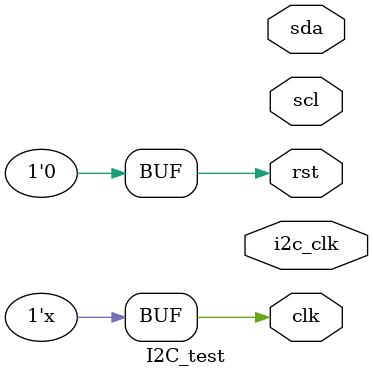
<source format=sv>
`timescale 1ns/1ns
module I2C_test(clk, i2c_clk, rst, scl, sda);
	output reg clk, rst;
	output i2c_clk, scl, sda;
	
	initial begin
		clk = 0;
		rst = 0;
	end
	
	always begin
		#10
		clk = ~clk;
	end
endmodule
</source>
